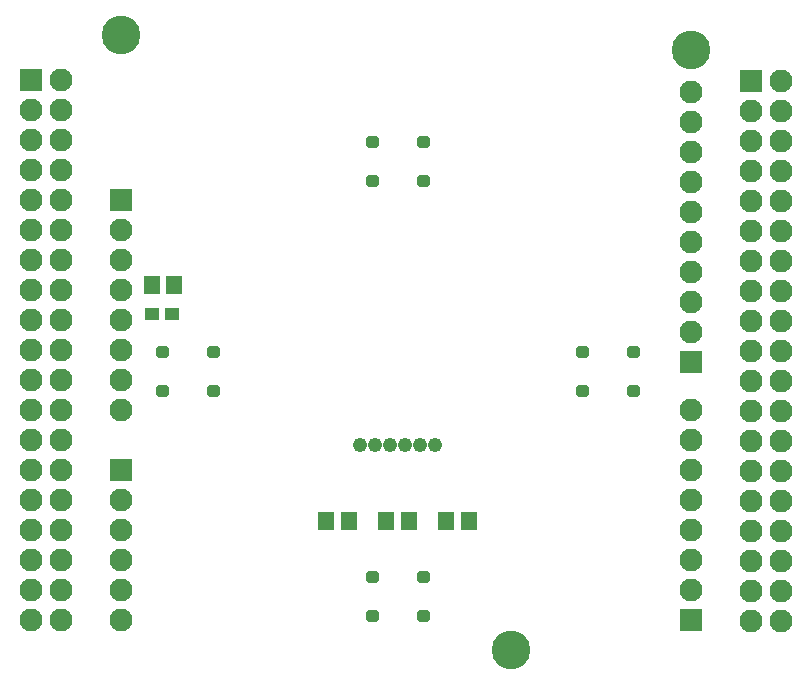
<source format=gbr>
G04 EAGLE Gerber RS-274X export*
G75*
%MOMM*%
%FSLAX34Y34*%
%LPD*%
%INSoldermask Top*%
%IPPOS*%
%AMOC8*
5,1,8,0,0,1.08239X$1,22.5*%
G01*
%ADD10R,1.401600X1.601600*%
%ADD11R,1.201600X1.101600*%
%ADD12C,1.241600*%
%ADD13C,0.550878*%
%ADD14R,1.951600X1.951600*%
%ADD15C,1.951600*%
%ADD16C,3.276600*%


D10*
X134747Y313868D03*
X153747Y313868D03*
D11*
X135112Y289433D03*
X152112Y289433D03*
D12*
X374650Y178800D03*
X361950Y178800D03*
X349250Y178800D03*
X336550Y178800D03*
X323850Y178800D03*
X311150Y178800D03*
D13*
X319146Y65046D02*
X323654Y65046D01*
X319146Y65046D02*
X319146Y69554D01*
X323654Y69554D01*
X323654Y65046D01*
X323654Y32046D02*
X319146Y32046D01*
X319146Y36554D01*
X323654Y36554D01*
X323654Y32046D01*
X362146Y65046D02*
X366654Y65046D01*
X362146Y65046D02*
X362146Y69554D01*
X366654Y69554D01*
X366654Y65046D01*
X366654Y32046D02*
X362146Y32046D01*
X362146Y36554D01*
X366654Y36554D01*
X366654Y32046D01*
X145854Y255546D02*
X141346Y255546D01*
X141346Y260054D01*
X145854Y260054D01*
X145854Y255546D01*
X145854Y222546D02*
X141346Y222546D01*
X141346Y227054D01*
X145854Y227054D01*
X145854Y222546D01*
X184346Y255546D02*
X188854Y255546D01*
X184346Y255546D02*
X184346Y260054D01*
X188854Y260054D01*
X188854Y255546D01*
X188854Y222546D02*
X184346Y222546D01*
X184346Y227054D01*
X188854Y227054D01*
X188854Y222546D01*
X319146Y433346D02*
X323654Y433346D01*
X319146Y433346D02*
X319146Y437854D01*
X323654Y437854D01*
X323654Y433346D01*
X323654Y400346D02*
X319146Y400346D01*
X319146Y404854D01*
X323654Y404854D01*
X323654Y400346D01*
X362146Y433346D02*
X366654Y433346D01*
X362146Y433346D02*
X362146Y437854D01*
X366654Y437854D01*
X366654Y433346D01*
X366654Y400346D02*
X362146Y400346D01*
X362146Y404854D01*
X366654Y404854D01*
X366654Y400346D01*
X496946Y255546D02*
X501454Y255546D01*
X496946Y255546D02*
X496946Y260054D01*
X501454Y260054D01*
X501454Y255546D01*
X501454Y222546D02*
X496946Y222546D01*
X496946Y227054D01*
X501454Y227054D01*
X501454Y222546D01*
X539946Y255546D02*
X544454Y255546D01*
X539946Y255546D02*
X539946Y260054D01*
X544454Y260054D01*
X544454Y255546D01*
X544454Y222546D02*
X539946Y222546D01*
X539946Y227054D01*
X544454Y227054D01*
X544454Y222546D01*
D14*
X108700Y157400D03*
D15*
X108700Y132000D03*
X108700Y106600D03*
X108700Y81200D03*
X108700Y55800D03*
X108700Y30400D03*
D14*
X108700Y386000D03*
D15*
X108700Y360600D03*
X108700Y335200D03*
X108700Y309800D03*
X108700Y284400D03*
X108700Y259000D03*
X108700Y233600D03*
X108700Y208200D03*
D14*
X32500Y487600D03*
D15*
X57900Y487600D03*
X32500Y462200D03*
X57900Y462200D03*
X32500Y436800D03*
X57900Y436800D03*
X32500Y411400D03*
X57900Y411400D03*
X32500Y386000D03*
X57900Y386000D03*
X32500Y360600D03*
X57900Y360600D03*
X32500Y335200D03*
X57900Y335200D03*
X32500Y309800D03*
X57900Y309800D03*
X32500Y284400D03*
X57900Y284400D03*
X32500Y259000D03*
X57900Y259000D03*
X32500Y233600D03*
X57900Y233600D03*
X32500Y208200D03*
X57900Y208200D03*
X32500Y182800D03*
X57900Y182800D03*
X32500Y157400D03*
X57900Y157400D03*
X32500Y132000D03*
X57900Y132000D03*
X32500Y106600D03*
X57900Y106600D03*
X32500Y81200D03*
X57900Y81200D03*
X32500Y55800D03*
X57900Y55800D03*
X32500Y30400D03*
X57900Y30400D03*
D14*
X591300Y248840D03*
D15*
X591300Y274240D03*
X591300Y299640D03*
X591300Y325040D03*
X591300Y350440D03*
X591300Y375840D03*
X591300Y401240D03*
X591300Y426640D03*
X591300Y452040D03*
X591300Y477440D03*
X591300Y81200D03*
X591300Y106600D03*
X591300Y132000D03*
X591300Y157400D03*
X591300Y182800D03*
X591300Y208200D03*
D14*
X591300Y30400D03*
D15*
X591300Y55800D03*
D14*
X642100Y487350D03*
D15*
X667500Y487350D03*
X642100Y461950D03*
X667500Y461950D03*
X642100Y436550D03*
X667500Y436550D03*
X642100Y411150D03*
X667500Y411150D03*
X642100Y385750D03*
X667500Y385750D03*
X642100Y360350D03*
X667500Y360350D03*
X642100Y334950D03*
X667500Y334950D03*
X642100Y309550D03*
X667500Y309550D03*
X642100Y284150D03*
X667500Y284150D03*
X642100Y258750D03*
X667500Y258750D03*
X642100Y233350D03*
X667500Y233350D03*
X642100Y207950D03*
X667500Y207950D03*
X642100Y182550D03*
X667500Y182550D03*
X642100Y157150D03*
X667500Y157150D03*
X642100Y131750D03*
X667500Y131750D03*
X642100Y106350D03*
X667500Y106350D03*
X642100Y80950D03*
X667500Y80950D03*
X642100Y55550D03*
X667500Y55550D03*
X642100Y30150D03*
X667500Y30150D03*
D16*
X591300Y513000D03*
X108700Y525700D03*
X438900Y5000D03*
D10*
X282600Y114300D03*
X301600Y114300D03*
X333400Y114300D03*
X352400Y114300D03*
X384200Y114300D03*
X403200Y114300D03*
M02*

</source>
